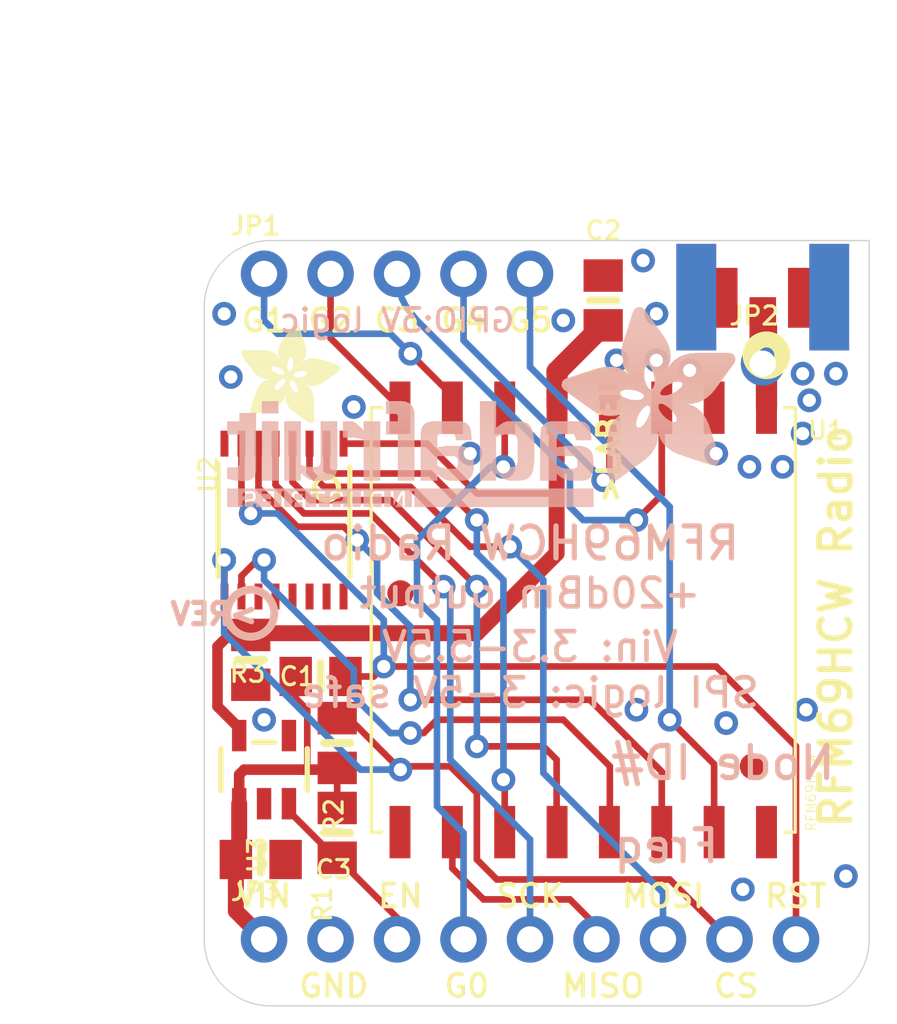
<source format=kicad_pcb>
(kicad_pcb (version 20211014) (generator pcbnew)
  (layers (0 "F.Cu" signal) (31 "B.Cu" signal) (34 "B.Paste" user) (35 "F.Paste" user) (36 "B.SilkS" user "B.Silkscreen") (37 "F.SilkS" user "F.Silkscreen") (38 "B.Mask" user) (39 "F.Mask" user) (44 "Edge.Cuts" user))
  (net 0 "")
  (net 1 "GND")
  (net 2 "3.3V")
  (net 3 "RST_3V")
  (net 4 "MOSI_3V")
  (net 5 "SCK_3V")
  (net 6 "CS_3V")
  (net 7 "RST_5V")
  (net 8 "MOSI_5V")
  (net 9 "SCK_5V")
  (net 10 "CS_5V")
  (net 11 "VIN")
  (net 12 "MISO_3V")
  (net 13 "EN")
  (net 14 "N$1")
  (net 15 "DIO3")
  (net 16 "DIO0")
  (net 17 "DIO2")
  (net 18 "DIO1")
  (net 19 "DIO5")
  (net 20 "DIO4")
  (footprint "boardEagle:0805-NO" (layer "F.Cu") (at 140.8811 113.0046 -90)
    (fp_text reference "R1" (at 1.9685 0.5715 90) (layer "F.SilkS") (effects (font (size 0.692831 0.692831) (thickness 0.119969)) (justify right)))
    (fp_text value "100K")
    (pad "1" smd rect (at -0.95 0 270) (size 1.24 1.5) (layers "F.Cu" "F.Paste" "F.Mask") (net 11 "VIN"))
    (pad "2" smd rect (at 0.95 0 270) (size 1.24 1.5) (layers "F.Cu" "F.Paste" "F.Mask") (net 13 "EN"))
  )
  (footprint "boardEagle:1X09_ROUND_70" (layer "F.Cu") (at 148.2471 117.0686)
    (fp_text reference "JP3" (at -11.5062 -1.8288) (layer "F.SilkS") (effects (font (size 0.692831 0.692831) (thickness 0.119969)) (justify left)))
    (fp_text value "")
    (pad "1" thru_hole circle (at -10.16 0 90) (size 1.778 1.778) (drill 1) (layers *.Cu *.Mask) (net 11 "VIN"))
    (pad "2" thru_hole circle (at -7.62 0 90) (size 1.778 1.778) (drill 1) (layers *.Cu *.Mask) (net 1 "GND"))
    (pad "3" thru_hole circle (at -5.08 0 90) (size 1.778 1.778) (drill 1) (layers *.Cu *.Mask) (net 13 "EN"))
    (pad "4" thru_hole circle (at -2.54 0 90) (size 1.778 1.778) (drill 1) (layers *.Cu *.Mask) (net 16 "DIO0"))
    (pad "5" thru_hole circle (at 0 0 90) (size 1.778 1.778) (drill 1) (layers *.Cu *.Mask) (net 9 "SCK_5V"))
    (pad "6" thru_hole circle (at 2.54 0 90) (size 1.778 1.778) (drill 1) (layers *.Cu *.Mask) (net 12 "MISO_3V"))
    (pad "7" thru_hole circle (at 5.08 0 90) (size 1.778 1.778) (drill 1) (layers *.Cu *.Mask) (net 8 "MOSI_5V"))
    (pad "8" thru_hole circle (at 7.62 0 90) (size 1.778 1.778) (drill 1) (layers *.Cu *.Mask) (net 10 "CS_5V"))
    (pad "9" thru_hole circle (at 10.16 0 90) (size 1.778 1.778) (drill 1) (layers *.Cu *.Mask) (net 7 "RST_5V"))
  )
  (footprint "boardEagle:0805-NO" (layer "F.Cu") (at 151.0411 92.6846 90)
    (fp_text reference "C2" (at 2.667 0.762) (layer "F.SilkS") (effects (font (size 0.692831 0.692831) (thickness 0.119969)) (justify right)))
    (fp_text value "0.1uF")
    (pad "1" smd rect (at -0.95 0 90) (size 1.24 1.5) (layers "F.Cu" "F.Paste" "F.Mask") (net 2 "3.3V"))
    (pad "2" smd rect (at 0.95 0 90) (size 1.24 1.5) (layers "F.Cu" "F.Paste" "F.Mask") (net 1 "GND"))
  )
  (footprint "boardEagle:FIDUCIAL_1MM" (layer "F.Cu") (at 143.2941 103.8606 90)
    (fp_text reference "FID2" hide)
    (fp_text value "FIDUCIAL\"\"" hide)
    (pad "1" smd roundrect (at 0 0 90) (size 1 1) (layers "F.Cu" "F.Mask") (roundrect_rratio 0.5))
  )
  (footprint "boardEagle:0805-NO" (layer "F.Cu") (at 137.9601 114.0206)
    (fp_text reference "C3" (at 2.032 0.381) (layer "F.SilkS") (effects (font (size 0.692831 0.692831) (thickness 0.119969)) (justify left)))
    (fp_text value "10uF")
    (pad "1" smd rect (at -0.95 0) (size 1.24 1.5) (layers "F.Cu" "F.Paste" "F.Mask") (net 11 "VIN"))
    (pad "2" smd rect (at 0.95 0) (size 1.24 1.5) (layers "F.Cu" "F.Paste" "F.Mask") (net 1 "GND"))
  )
  (footprint "boardEagle:RFMHCW_SMT" (layer "F.Cu") (at 150.2791 104.8766 90)
    (fp_text reference "U1" (at 7.23 8.51) (layer "F.SilkS") (effects (font (size 0.692831 0.692831) (thickness 0.119969)) (justify left)))
    (fp_text value "RFM69HCW" (at -8.1 8.7 90) (layer "F.SilkS") (effects (font (size 0.369824 0.369824) (thickness 0.036576)) (justify left)))
    (pad "1P" smd rect (at 8.1 7 270) (size 2 0.8) (layers "F.Cu" "F.Paste" "F.Mask") (net 14 "N$1"))
    (pad "2P" smd rect (at 8.1 5 270) (size 2 0.8) (layers "F.Cu" "F.Paste" "F.Mask") (net 1 "GND"))
    (pad "3P" smd rect (at 8.1 3 270) (size 2 0.8) (layers "F.Cu" "F.Paste" "F.Mask") (net 15 "DIO3"))
    (pad "4P" smd rect (at 8.1 1 270) (size 2 0.8) (layers "F.Cu" "F.Paste" "F.Mask") (net 20 "DIO4"))
    (pad "5P" smd rect (at 8.1 -1 270) (size 2 0.8) (layers "F.Cu" "F.Paste" "F.Mask") (net 2 "3.3V"))
    (pad "6P" smd rect (at 8.1 -3 270) (size 2 0.8) (layers "F.Cu" "F.Paste" "F.Mask") (net 16 "DIO0"))
    (pad "7P" smd rect (at 8.1 -5 270) (size 2 0.8) (layers "F.Cu" "F.Paste" "F.Mask") (net 18 "DIO1"))
    (pad "8P" smd rect (at 8.1 -7 270) (size 2 0.8) (layers "F.Cu" "F.Paste" "F.Mask") (net 17 "DIO2"))
    (pad "9P" smd rect (at -8.1 -7 90) (size 2 0.8) (layers "F.Cu" "F.Paste" "F.Mask") (net 1 "GND"))
    (pad "10P" smd rect (at -8.1 -5 90) (size 2 0.8) (layers "F.Cu" "F.Paste" "F.Mask") (net 12 "MISO_3V"))
    (pad "11P" smd rect (at -8.1 -3 90) (size 2 0.8) (layers "F.Cu" "F.Paste" "F.Mask") (net 4 "MOSI_3V"))
    (pad "12P" smd rect (at -8.1 -1 90) (size 2 0.8) (layers "F.Cu" "F.Paste" "F.Mask") (net 5 "SCK_3V"))
    (pad "13P" smd rect (at -8.1 1 90) (size 2 0.8) (layers "F.Cu" "F.Paste" "F.Mask") (net 6 "CS_3V"))
    (pad "14P" smd rect (at -8.1 3 90) (size 2 0.8) (layers "F.Cu" "F.Paste" "F.Mask") (net 3 "RST_3V"))
    (pad "15P" smd rect (at -8.1 5 90) (size 2 0.8) (layers "F.Cu" "F.Paste" "F.Mask") (net 19 "DIO5"))
    (pad "16P" smd rect (at -8.1 7 90) (size 2 0.8) (layers "F.Cu" "F.Paste" "F.Mask") (net 1 "GND"))
  )
  (footprint "boardEagle:TSSOP16" (layer "F.Cu") (at 138.8491 101.0666 180)
    (fp_text reference "U2" (at 2.8956 0.9652 90) (layer "F.SilkS") (effects (font (size 0.692831 0.692831) (thickness 0.119969)) (justify left)))
    (fp_text value "74HC4050D")
    (pad "1" smd rect (at -2.275 2.9178 180) (size 0.3048 0.9906) (layers "F.Cu" "F.Paste" "F.Mask") (net 2 "3.3V"))
    (pad "2" smd rect (at -1.625 2.9178 180) (size 0.3048 0.9906) (layers "F.Cu" "F.Paste" "F.Mask") (net 4 "MOSI_3V"))
    (pad "3" smd rect (at -0.975 2.9178 180) (size 0.3048 0.9906) (layers "F.Cu" "F.Paste" "F.Mask") (net 8 "MOSI_5V"))
    (pad "4" smd rect (at -0.325 2.9178 180) (size 0.3048 0.9906) (layers "F.Cu" "F.Paste" "F.Mask") (net 5 "SCK_3V"))
    (pad "5" smd rect (at 0.325 2.9178 180) (size 0.3048 0.9906) (layers "F.Cu" "F.Paste" "F.Mask") (net 9 "SCK_5V"))
    (pad "6" smd rect (at 0.975 2.9178 180) (size 0.3048 0.9906) (layers "F.Cu" "F.Paste" "F.Mask") (net 3 "RST_3V"))
    (pad "7" smd rect (at 1.625 2.9178 180) (size 0.3048 0.9906) (layers "F.Cu" "F.Paste" "F.Mask") (net 7 "RST_5V"))
    (pad "8" smd rect (at 2.275 2.9178 180) (size 0.3048 0.9906) (layers "F.Cu" "F.Paste" "F.Mask") (net 1 "GND"))
    (pad "9" smd rect (at 2.275 -2.9178 180) (size 0.3048 0.9906) (layers "F.Cu" "F.Paste" "F.Mask") (net 10 "CS_5V"))
    (pad "10" smd rect (at 1.625 -2.9178 180) (size 0.3048 0.9906) (layers "F.Cu" "F.Paste" "F.Mask") (net 6 "CS_3V"))
    (pad "11" smd rect (at 0.975 -2.9178 180) (size 0.3048 0.9906) (layers "F.Cu" "F.Paste" "F.Mask"))
    (pad "12" smd rect (at 0.325 -2.9178 180) (size 0.3048 0.9906) (layers "F.Cu" "F.Paste" "F.Mask"))
    (pad "13" smd rect (at -0.325 -2.9178 180) (size 0.3048 0.9906) (layers "F.Cu" "F.Paste" "F.Mask"))
    (pad "14" smd rect (at -0.975 -2.9178 180) (size 0.3048 0.9906) (layers "F.Cu" "F.Paste" "F.Mask"))
    (pad "15" smd rect (at -1.625 -2.9178 180) (size 0.3048 0.9906) (layers "F.Cu" "F.Paste" "F.Mask"))
    (pad "16" smd rect (at -2.275 -2.9178 180) (size 0.3048 0.9906) (layers "F.Cu" "F.Paste" "F.Mask"))
  )
  (footprint "boardEagle:0805-NO" (layer "F.Cu") (at 137.5791 106.4006 -90)
    (fp_text reference "C1" (at 0.635 -2.54) (layer "F.SilkS") (effects (font (size 0.692831 0.692831) (thickness 0.119969)) (justify right)))
    (fp_text value "10uF")
    (pad "1" smd rect (at -0.95 0 270) (size 1.24 1.5) (layers "F.Cu" "F.Paste" "F.Mask") (net 2 "3.3V"))
    (pad "2" smd rect (at 0.95 0 270) (size 1.24 1.5) (layers "F.Cu" "F.Paste" "F.Mask") (net 1 "GND"))
  )
  (footprint "boardEagle:SMA_EDGELAUNCH_UFL" (layer "F.Cu") (at 157.1371 90.5256 -90)
    (fp_text reference "X1" hide)
    (fp_text value "uFL/SMA")
    (fp_text user ">LABEL" (at 5.08 6.35 -90) (layer "F.SilkS") (effects (font (size 0.83312 0.83312) (thickness 0.18288)) (justify right top)))
    (fp_poly (pts (xy 3.2004 -0.9636) (xy 0.9144 -0.9636) (xy 0.9144 -3.2766) (xy 3.2004 -3.2766)) (layer "F.Cu") (width 0) (fill solid))
    (fp_poly (pts (xy 3.2004 3.2766) (xy 0.9144 3.2766) (xy 0.9144 0.9636) (xy 3.2004 0.9636)) (layer "F.Cu") (width 0) (fill solid))
    (pad "GND@1" smd rect (at 2.032 2.54) (size 1.524 4.064) (layers "F.Cu" "F.Mask") (net 1 "GND"))
    (pad "GND@2" smd rect (at 2.032 -2.54) (size 1.524 4.064) (layers "F.Cu" "F.Mask") (net 1 "GND"))
    (pad "GND@3" smd rect (at 2.032 -2.54) (size 1.524 4.064) (layers "B.Cu" "B.Mask") (net 1 "GND"))
    (pad "GND@4" smd rect (at 2.032 2.54) (size 1.524 4.064) (layers "B.Cu" "B.Mask") (net 1 "GND"))
    (pad "P" smd rect (at 3.048 0) (size 1.016 2.032) (layers "F.Cu" "F.Mask") (net 14 "N$1"))
  )
  (footprint "boardEagle:0805-NO" (layer "F.Cu") (at 140.2461 107.0356 180)
    (fp_text reference "R3" (at 2.032 0.127) (layer "F.SilkS") (effects (font (size 0.692831 0.692831) (thickness 0.119969)) (justify right)))
    (fp_text value "100K")
    (pad "1" smd rect (at -0.95 0 180) (size 1.24 1.5) (layers "F.Cu" "F.Paste" "F.Mask") (net 7 "RST_5V"))
    (pad "2" smd rect (at 0.95 0 180) (size 1.24 1.5) (layers "F.Cu" "F.Paste" "F.Mask") (net 11 "VIN"))
  )
  (footprint "boardEagle:0805-NO" (layer "F.Cu") (at 140.8811 109.5756 -90)
    (fp_text reference "R2" (at 2.032 0.127 90) (layer "F.SilkS") (effects (font (size 0.692831 0.692831) (thickness 0.119969)) (justify right)))
    (fp_text value "100K")
    (pad "1" smd rect (at -0.95 0 270) (size 1.24 1.5) (layers "F.Cu" "F.Paste" "F.Mask") (net 10 "CS_5V"))
    (pad "2" smd rect (at 0.95 0 270) (size 1.24 1.5) (layers "F.Cu" "F.Paste" "F.Mask") (net 11 "VIN"))
  )
  (footprint "boardEagle:SOT23-5" (layer "F.Cu") (at 138.0871 110.5916)
    (fp_text reference "U3" (at -0.254 2.486 90) (layer "F.SilkS") (effects (font (size 0.692831 0.692831) (thickness 0.119969)) (justify right)))
    (fp_text value "AP2112K-3.3")
    (pad "1" smd rect (at -0.95 1.3001) (size 0.55 1.2) (layers "F.Cu" "F.Paste" "F.Mask") (net 11 "VIN"))
    (pad "2" smd rect (at 0 1.3001) (size 0.55 1.2) (layers "F.Cu" "F.Paste" "F.Mask") (net 1 "GND"))
    (pad "3" smd rect (at 0.95 1.3001) (size 0.55 1.2) (layers "F.Cu" "F.Paste" "F.Mask") (net 13 "EN"))
    (pad "4" smd rect (at 0.95 -1.3001) (size 0.55 1.2) (layers "F.Cu" "F.Paste" "F.Mask"))
    (pad "5" smd rect (at -0.95 -1.3001) (size 0.55 1.2) (layers "F.Cu" "F.Paste" "F.Mask") (net 2 "3.3V"))
  )
  (footprint "boardEagle:ADAFRUIT_3.5MM" (layer "F.Cu") (at 137.1981 97.3836)
    (fp_text reference "U$8" hide)
    (fp_text value "" hide)
  )
  (footprint "boardEagle:1X01_ROUND" (layer "F.Cu") (at 157.1371 95.0976)
    (fp_text reference "JP2" (at -1.3462 -1.8288) (layer "F.SilkS") (effects (font (size 0.692831 0.692831) (thickness 0.119969)) (justify left)))
    (fp_text value "")
    (pad "1" thru_hole circle (at 0 0 90) (size 1.6764 1.6764) (drill 1) (layers *.Cu *.Mask) (net 14 "N$1"))
  )
  (footprint "boardEagle:1X05_ROUND_70" (layer "F.Cu") (at 143.1671 91.6686)
    (fp_text reference "JP1" (at -6.4262 -1.8288) (layer "F.SilkS") (effects (font (size 0.692831 0.692831) (thickness 0.119969)) (justify left)))
    (fp_text value "")
    (pad "1" thru_hole circle (at -5.08 0 90) (size 1.778 1.778) (drill 1) (layers *.Cu *.Mask) (net 18 "DIO1"))
    (pad "2" thru_hole circle (at -2.54 0 90) (size 1.778 1.778) (drill 1) (layers *.Cu *.Mask) (net 17 "DIO2"))
    (pad "3" thru_hole circle (at 0 0 90) (size 1.778 1.778) (drill 1) (layers *.Cu *.Mask) (net 15 "DIO3"))
    (pad "4" thru_hole circle (at 2.54 0 90) (size 1.778 1.778) (drill 1) (layers *.Cu *.Mask) (net 20 "DIO4"))
    (pad "5" thru_hole circle (at 5.08 0 90) (size 1.778 1.778) (drill 1) (layers *.Cu *.Mask) (net 19 "DIO5"))
  )
  (footprint "boardEagle:FIDUCIAL_1MM" (layer "F.Cu") (at 156.7561 110.4646 90)
    (fp_text reference "FID1" hide)
    (fp_text value "FIDUCIAL\"\"" hide)
    (pad "1" smd roundrect (at 0 0 90) (size 1 1) (layers "F.Cu" "F.Mask") (roundrect_rratio 0.5))
  )
  (footprint "boardEagle:ADAFRUIT_TEXT_20MM" (layer "B.Cu") (at 156.2481 100.5586 180)
    (fp_text reference "U$19" hide)
    (fp_text value "" hide)
  )
  (footprint "boardEagle:PCBFEAT-REV-040" (layer "B.Cu") (at 137.5791 104.6226 180)
    (fp_text reference "U$14" hide)
    (fp_text value "" hide)
    (fp_text user ">REV" (at -0.3556 -0.508) (layer "B.SilkS") (effects (font (size 0.8128 0.8128) (thickness 0.2032)) (justify left bottom mirror)))
  )
  (gr_line (start 138.3411 90.3986) (end 161.2011 90.3986) (layer "Edge.Cuts") (width 0.05))
  (gr_arc (start 161.2011 117.0686) (mid 160.457151 118.864651) (end 158.6611 119.6086) (layer "Edge.Cuts") (width 0.05))
  (gr_line (start 135.8011 117.0686) (end 135.8011 92.9386) (layer "Edge.Cuts") (width 0.05))
  (gr_arc (start 135.8011 92.9386) (mid 136.545049 91.142549) (end 138.3411 90.3986) (layer "Edge.Cuts") (width 0.05))
  (gr_line (start 158.6611 119.6086) (end 138.3411 119.6086) (layer "Edge.Cuts") (width 0.05))
  (gr_arc (start 138.3411 119.6086) (mid 136.545049 118.864651) (end 135.8011 117.0686) (layer "Edge.Cuts") (width 0.05))
  (gr_line (start 161.2011 90.3986) (end 161.2011 117.0686) (layer "Edge.Cuts") (width 0.05))
  (gr_text "Node ID#" (at 155.6131 110.3376) (layer "B.SilkS") (effects (font (size 1.223264 1.223264) (thickness 0.199136)) (justify mirror)))
  (gr_text "Vin: 3.3-5.5V\nSPI logic: 3-5V safe" (at 148.2471 106.7816) (layer "B.SilkS") (effects (font (size 1.0922 1.0922) (thickness 0.1778)) (justify mirror)))
  (gr_text "Freq" (at 153.4541 113.5126) (layer "B.SilkS") (effects (font (size 1.223264 1.223264) (thickness 0.199136)) (justify mirror)))
  (gr_text "GPIO:3V logic" (at 143.1671 93.4466) (layer "B.SilkS") (effects (font (size 0.87376 0.87376) (thickness 0.14224)) (justify mirror)))
  (gr_text "+20dBm output" (at 148.2471 103.8606) (layer "B.SilkS") (effects (font (size 1.0922 1.0922) (thickness 0.1778)) (justify mirror)))
  (gr_text "RFM69HCW Radio" (at 148.2471 101.9556) (layer "B.SilkS") (effects (font (size 1.223264 1.223264) (thickness 0.199136)) (justify mirror)))
  (gr_text "CS" (at 156.1211 118.8466) (layer "F.SilkS") (effects (font (size 0.8636 0.8636) (thickness 0.1524))))
  (gr_text "SCK" (at 148.2471 115.4176) (layer "F.SilkS") (effects (font (size 0.8636 0.8636) (thickness 0.1524))))
  (gr_text "VIN" (at 138.0871 115.4176) (layer "F.SilkS") (effects (font (size 0.8636 0.8636) (thickness 0.1524))))
  (gr_text "EN" (at 143.2941 115.4176) (layer "F.SilkS") (effects (font (size 0.8636 0.8636) (thickness 0.1524))))
  (gr_text "G0" (at 145.8341 118.8466) (layer "F.SilkS") (effects (font (size 0.8636 0.8636) (thickness 0.1524))))
  (gr_text "G4" (at 145.7071 93.4466) (layer "F.SilkS") (effects (font (size 0.8636 0.8636) (thickness 0.1524))))
  (gr_text "MOSI" (at 153.3271 115.4176) (layer "F.SilkS") (effects (font (size 0.8636 0.8636) (thickness 0.1524))))
  (gr_text "GND" (at 140.7541 118.8466) (layer "F.SilkS") (effects (font (size 0.8636 0.8636) (thickness 0.1524))))
  (gr_text "RFM69HCW Radio" (at 159.9311 105.1306 90) (layer "F.SilkS") (effects (font (size 1.17348 1.17348) (thickness 0.22352))))
  (gr_text "G1" (at 138.0871 93.4466) (layer "F.SilkS") (effects (font (size 0.8636 0.8636) (thickness 0.1524))))
  (gr_text "G3" (at 143.1671 93.4466) (layer "F.SilkS") (effects (font (size 0.8636 0.8636) (thickness 0.1524))))
  (gr_text "RST" (at 158.4071 115.4176) (layer "F.SilkS") (effects (font (size 0.8636 0.8636) (thickness 0.1524))))
  (gr_text "G5" (at 148.2471 93.4466) (layer "F.SilkS") (effects (font (size 0.8636 0.8636) (thickness 0.1524))))
  (gr_text "MISO" (at 151.0411 118.8466) (layer "F.SilkS") (effects (font (size 0.8636 0.8636) (thickness 0.1524))))
  (gr_text "G2" (at 140.6271 93.4466) (layer "F.SilkS") (effects (font (size 0.8636 0.8636) (thickness 0.1524))))
  (segment (start 138.0871 111.8917) (end 138.0871 111.9886) (width 0.4064) (layer "F.Cu") (net 1))
  (via (at 149.5171 93.4466) (size 0.9064) (drill 0.5) (layers "F.Cu" "B.Cu") (net 1))
  (via (at 154.3431 95.3516) (size 0.9064) (drill 0.5) (layers "F.Cu" "B.Cu") (net 1))
  (via (at 153.0731 94.9706) (size 0.9064) (drill 0.5) (layers "F.Cu" "B.Cu") (net 1))
  (via (at 158.6611 95.4786) (size 0.9064) (drill 0.5) (layers "F.Cu" "B.Cu") (net 1))
  (via (at 159.9311 95.4786) (size 0.9064) (drill 0.5) (layers "F.Cu" "B.Cu") (net 1))
  (via (at 145.9611 98.5266) (size 0.9064) (drill 0.5) (layers "F.Cu" "B.Cu") (net 1))
  (via (at 136.5631 93.1926) (size 0.9064) (drill 0.5) (layers "F.Cu" "B.Cu") (net 1))
  (via (at 158.6611 97.7646) (size 0.9064) (drill 0.5) (layers "F.Cu" "B.Cu") (net 1))
  (via (at 152.5651 91.1606) (size 0.9064) (drill 0.5) (layers "F.Cu" "B.Cu") (net 1))
  (via (at 157.8991 99.0346) (size 0.9064) (drill 0.5) (layers "F.Cu" "B.Cu") (net 1))
  (via (at 158.7881 108.3056) (size 0.9064) (drill 0.5) (layers "F.Cu" "B.Cu") (net 1))
  (via (at 138.0871 108.6866) (size 0.9064) (drill 0.5) (layers "F.Cu" "B.Cu") (net 1))
  (via (at 155.3591 98.5266) (size 0.9064) (drill 0.5) (layers "F.Cu" "B.Cu") (net 1))
  (via (at 153.0731 93.1926) (size 0.9064) (drill 0.5) (layers "F.Cu" "B.Cu") (net 1))
  (via (at 156.6291 99.0346) (size 0.9064) (drill 0.5) (layers "F.Cu" "B.Cu") (net 1))
  (via (at 156.3751 115.1636) (size 0.9064) (drill 0.5) (layers "F.Cu" "B.Cu") (net 1))
  (via (at 141.5161 96.7486) (size 0.9064) (drill 0.5) (layers "F.Cu" "B.Cu") (net 1))
  (via (at 160.3121 114.6556) (size 0.9064) (drill 0.5) (layers "F.Cu" "B.Cu") (net 1))
  (via (at 152.3111 108.3056) (size 0.9064) (drill 0.5) (layers "F.Cu" "B.Cu") (net 1))
  (via (at 158.9151 96.4946) (size 0.9064) (drill 0.5) (layers "F.Cu" "B.Cu") (net 1))
  (via (at 155.7401 108.8136) (size 0.9064) (drill 0.5) (layers "F.Cu" "B.Cu") (net 1))
  (via (at 151.5491 94.9706) (size 0.9064) (drill 0.5) (layers "F.Cu" "B.Cu") (net 1))
  (via (at 136.8171 95.6056) (size 0.9064) (drill 0.5) (layers "F.Cu" "B.Cu") (net 1))
  (segment (start 136.3091 105.8926) (end 136.8171 105.3846) (width 0.4064) (layer "F.Cu") (net 2))
  (segment (start 149.2791 98.0026) (end 149.2791 96.7766) (width 0.6096) (layer "F.Cu") (net 2))
  (segment (start 149.2791 96.7766) (end 149.2791 95.3966) (width 0.8128) (layer "F.Cu") (net 2))
  (segment (start 144.3133 98.1488) (end 146.2151 100.0506) (width 0.254) (layer "F.Cu") (net 2))
  (segment (start 137.6401 105.4506) (end 137.7061 105.3846) (width 0.4064) (layer "F.Cu") (net 2))
  (segment (start 149.2631 100.0506) (end 149.2631 96.7926) (width 0.6096) (layer "F.Cu") (net 2))
  (segment (start 137.5791 105.4506) (end 137.6401 105.4506) (width 0.4064) (layer "F.Cu") (net 2))
  (segment (start 137.1371 109.0066) (end 136.3091 108.1786) (width 0.4064) (layer "F.Cu") (net 2))
  (segment (start 149.2631 102.3366) (end 149.2631 100.0506) (width 0.6096) (layer "F.Cu") (net 2))
  (segment (start 137.1371 109.2915) (end 137.1371 109.0066) (width 0.4064) (layer "F.Cu") (net 2))
  (segment (start 138.0871 105.3846) (end 146.2151 105.3846) (width 0.6096) (layer "F.Cu") (net 2))
  (segment (start 136.8171 105.3846) (end 137.7061 105.3846) (width 0.4064) (layer "F.Cu") (net 2))
  (segment (start 137.7061 105.3846) (end 138.0871 105.3846) (width 0.6096) (layer "F.Cu") (net 2))
  (segment (start 149.2631 96.7926) (end 149.2791 96.7766) (width 0.6096) (layer "F.Cu") (net 2))
  (segment (start 146.2151 100.0506) (end 149.2631 100.0506) (width 0.254) (layer "F.Cu") (net 2))
  (segment (start 141.1241 98.1488) (end 144.3133 98.1488) (width 0.254) (layer "F.Cu") (net 2))
  (segment (start 137.3251 105.3846) (end 137.7061 105.3846) (width 0.6096) (layer "F.Cu") (net 2))
  (segment (start 149.2791 95.3966) (end 151.0411 93.6346) (width 0.8128) (layer "F.Cu") (net 2))
  (segment (start 146.2151 105.3846) (end 149.2631 102.3366) (width 0.6096) (layer "F.Cu") (net 2))
  (segment (start 136.3091 108.1786) (end 136.3091 105.8926) (width 0.4064) (layer "F.Cu") (net 2))
  (segment (start 139.3571 101.3206) (end 141.1351 101.3206) (width 0.254) (layer "F.Cu") (net 3))
  (segment (start 153.2791 112.9766) (end 153.2791 110.6706) (width 0.254) (layer "F.Cu") (net 3))
  (segment (start 137.8741 98.1488) (end 137.8741 99.8376) (width 0.254) (layer "F.Cu") (net 3))
  (segment (start 141.1351 101.3206) (end 141.6431 101.8286) (width 0.254) (layer "F.Cu") (net 3))
  (segment (start 137.8741 99.8376) (end 139.3571 101.3206) (width 0.254) (layer "F.Cu") (net 3))
  (segment (start 150.5331 107.9246) (end 143.6751 107.9246) (width 0.254) (layer "F.Cu") (net 3))
  (segment (start 153.2791 110.6706) (end 150.5331 107.9246) (width 0.254) (layer "F.Cu") (net 3))
  (via (at 143.6751 107.9246) (size 0.9064) (drill 0.5) (layers "F.Cu" "B.Cu") (net 3))
  (via (at 141.6431 101.8286) (size 0.9064) (drill 0.5) (layers "F.Cu" "B.Cu") (net 3))
  (segment (start 142.4051 103.8606) (end 142.4051 102.5906) (width 0.254) (layer "B.Cu") (net 3))
  (segment (start 143.6751 105.1306) (end 142.4051 103.8606) (width 0.254) (layer "B.Cu") (net 3))
  (segment (start 142.4051 102.5906) (end 141.6431 101.8286) (width 0.254) (layer "B.Cu") (net 3))
  (segment (start 143.6751 107.9246) (end 143.6751 105.1306) (width 0.254) (layer "B.Cu") (net 3))
  (segment (start 140.4741 99.1356) (end 140.6271 99.2886) (width 0.254) (layer "F.Cu") (net 4))
  (segment (start 147.2791 111.0206) (end 147.2791 112.9766) (width 0.254) (layer "F.Cu") (net 4))
  (segment (start 144.4371 99.2886) (end 146.2151 101.0666) (width 0.254) (layer "F.Cu") (net 4))
  (segment (start 140.6271 99.2886) (end 144.4371 99.2886) (width 0.254) (layer "F.Cu") (net 4))
  (segment (start 147.2311 110.9726) (end 147.2791 111.0206) (width 0.254) (layer "F.Cu") (net 4))
  (segment (start 140.4741 98.1488) (end 140.4741 99.1356) (width 0.254) (layer "F.Cu") (net 4))
  (via (at 147.2311 110.9726) (size 0.9064) (drill 0.5) (layers "F.Cu" "B.Cu") (net 4))
  (via (at 146.2151 101.0666) (size 0.9064) (drill 0.5) (layers "F.Cu" "B.Cu") (net 4))
  (segment (start 147.2311 103.3526) (end 147.2311 110.9726) (width 0.254) (layer "B.Cu") (net 4))
  (segment (start 147.2311 103.3526) (end 146.2151 102.3366) (width 0.254) (layer "B.Cu") (net 4))
  (segment (start 146.2151 102.3366) (end 146.2151 101.0666) (width 0.254) (layer "B.Cu") (net 4))
  (segment (start 149.2631 110.2106) (end 149.2631 112.9606) (width 0.254) (layer "F.Cu") (net 5))
  (segment (start 139.1741 99.6136) (end 139.8651 100.3046) (width 0.254) (layer "F.Cu") (net 5))
  (segment (start 146.2151 109.7026) (end 148.7551 109.7026) (width 0.254) (layer "F.Cu") (net 5))
  (segment (start 139.8651 100.3046) (end 142.9131 100.3046) (width 0.254) (layer "F.Cu") (net 5))
  (segment (start 149.2631 112.9606) (end 149.2791 112.9766) (width 0.254) (layer "F.Cu") (net 5))
  (segment (start 142.9131 100.3046) (end 146.2151 103.6066) (width 0.254) (layer "F.Cu") (net 5))
  (segment (start 139.1741 98.1488) (end 139.1741 99.6136) (width 0.254) (layer "F.Cu") (net 5))
  (segment (start 148.7551 109.7026) (end 149.2631 110.2106) (width 0.254) (layer "F.Cu") (net 5))
  (via (at 146.2151 109.7026) (size 0.9064) (drill 0.5) (layers "F.Cu" "B.Cu") (net 5))
  (via (at 146.2151 103.6066) (size 0.9064) (drill 0.5) (layers "F.Cu" "B.Cu") (net 5))
  (segment (start 146.2151 103.6066) (end 146.2151 109.7026) (width 0.254) (layer "B.Cu") (net 5))
  (segment (start 149.5171 108.6866) (end 151.2951 110.4646) (width 0.254) (layer "F.Cu") (net 6))
  (segment (start 151.2951 112.9606) (end 151.2791 112.9766) (width 0.254) (layer "F.Cu") (net 6))
  (segment (start 137.2241 103.1996) (end 137.8331 102.5906) (width 0.254) (layer "F.Cu") (net 6))
  (segment (start 151.2951 110.4646) (end 151.2951 112.9606) (width 0.254) (layer "F.Cu") (net 6))
  (segment (start 137.8331 102.5906) (end 138.0871 102.5906) (width 0.254) (layer "F.Cu") (net 6))
  (segment (start 144.1831 109.1946) (end 144.6911 108.6866) (width 0.254) (layer "F.Cu") (net 6))
  (segment (start 143.6751 109.1946) (end 144.1831 109.1946) (width 0.254) (layer "F.Cu") (net 6))
  (segment (start 137.2241 103.9844) (end 137.2241 103.1996) (width 0.254) (layer "F.Cu") (net 6))
  (segment (start 144.6911 108.6866) (end 149.5171 108.6866) (width 0.254) (layer "F.Cu") (net 6))
  (via (at 143.6751 109.1946) (size 0.9064) (drill 0.5) (layers "F.Cu" "B.Cu") (net 6))
  (via (at 138.0871 102.5906) (size 0.9064) (drill 0.5) (layers "F.Cu" "B.Cu") (net 6))
  (segment (start 142.9131 109.1946) (end 143.6751 109.1946) (width 0.254) (layer "B.Cu") (net 6))
  (segment (start 141.5161 107.7976) (end 142.9131 109.1946) (width 0.254) (layer "B.Cu") (net 6))
  (segment (start 138.0871 103.3526) (end 141.5161 106.7816) (width 0.254) (layer "B.Cu") (net 6))
  (segment (start 138.0871 102.5906) (end 138.0871 103.3526) (width 0.254) (layer "B.Cu") (net 6))
  (segment (start 141.5161 106.7816) (end 141.5161 107.7976) (width 0.254) (layer "B.Cu") (net 6))
  (segment (start 141.1961 107.0356) (end 142.2781 107.0356) (width 0.254) (layer "F.Cu") (net 7))
  (segment (start 142.2781 107.0356) (end 142.6591 106.6546) (width 0.254) (layer "F.Cu") (net 7))
  (segment (start 137.2241 98.1488) (end 137.2241 100.4576) (width 0.254) (layer "F.Cu") (net 7))
  (segment (start 137.2241 100.4576) (end 137.5791 100.8126) (width 0.254) (layer "F.Cu") (net 7))
  (segment (start 158.4071 109.7026) (end 158.4071 117.0686) (width 0.254) (layer "F.Cu") (net 7))
  (segment (start 155.3591 106.6546) (end 158.4071 109.7026) (width 0.254) (layer "F.Cu") (net 7))
  (segment (start 142.6591 106.6546) (end 155.3591 106.6546) (width 0.254) (layer "F.Cu") (net 7))
  (via (at 137.5791 100.8126) (size 0.9064) (drill 0.5) (layers "F.Cu" "B.Cu") (net 7))
  (via (at 142.6591 106.6546) (size 0.9064) (drill 0.5) (layers "F.Cu" "B.Cu") (net 7))
  (segment (start 137.5791 100.8126) (end 138.5951 100.8126) (width 0.254) (layer "B.Cu") (net 7))
  (segment (start 142.6591 104.8766) (end 142.6591 106.6546) (width 0.254) (layer "B.Cu") (net 7))
  (segment (start 138.5951 100.8126) (end 142.6591 104.8766) (width 0.254) (layer "B.Cu") (net 7))
  (segment (start 139.8241 99.2476) (end 140.3731 99.7966) (width 0.254) (layer "F.Cu") (net 8))
  (segment (start 140.3731 99.7966) (end 143.6751 99.7966) (width 0.254) (layer "F.Cu") (net 8))
  (segment (start 139.8241 98.1488) (end 139.8241 99.2476) (width 0.254) (layer "F.Cu") (net 8))
  (segment (start 145.9611 102.0826) (end 147.4851 102.0826) (width 0.254) (layer "F.Cu") (net 8))
  (segment (start 143.6751 99.7966) (end 145.9611 102.0826) (width 0.254) (layer "F.Cu") (net 8))
  (via (at 147.4851 102.0826) (size 0.9064) (drill 0.5) (layers "F.Cu" "B.Cu") (net 8))
  (segment (start 148.7551 103.3526) (end 147.4851 102.0826) (width 0.254) (layer "B.Cu") (net 8))
  (segment (start 153.3271 115.2906) (end 148.7551 110.7186) (width 0.254) (layer "B.Cu") (net 8))
  (segment (start 148.7551 110.7186) (end 148.7551 103.3526) (width 0.254) (layer "B.Cu") (net 8))
  (segment (start 153.3271 117.0686) (end 153.3271 115.2906) (width 0.254) (layer "B.Cu") (net 8))
  (segment (start 138.5241 99.7256) (end 139.6111 100.8126) (width 0.254) (layer "F.Cu") (net 9))
  (segment (start 138.5241 98.1488) (end 138.5241 99.7256) (width 0.254) (layer "F.Cu") (net 9))
  (segment (start 142.1511 100.8126) (end 144.9451 103.6066) (width 0.254) (layer "F.Cu") (net 9))
  (segment (start 139.6111 100.8126) (end 142.1511 100.8126) (width 0.254) (layer "F.Cu") (net 9))
  (via (at 144.9451 103.6066) (size 0.9064) (drill 0.5) (layers "F.Cu" "B.Cu") (net 9))
  (segment (start 145.1991 110.2106) (end 148.2471 113.2586) (width 0.254) (layer "B.Cu") (net 9))
  (segment (start 145.1991 103.8606) (end 145.1991 110.2106) (width 0.254) (layer "B.Cu") (net 9))
  (segment (start 144.9451 103.6066) (end 145.1991 103.8606) (width 0.254) (layer "B.Cu") (net 9))
  (segment (start 148.2471 113.2586) (end 148.2471 117.0686) (width 0.254) (layer "B.Cu") (net 9))
  (segment (start 145.1991 110.4646) (end 143.4211 110.4646) (width 0.254) (layer "F.Cu") (net 10))
  (segment (start 153.5811 114.7826) (end 146.9771 114.7826) (width 0.254) (layer "F.Cu") (net 10))
  (segment (start 146.2151 111.4806) (end 145.1991 110.4646) (width 0.254) (layer "F.Cu") (net 10))
  (segment (start 136.5741 103.9844) (end 136.5741 102.6016) (width 0.254) (layer "F.Cu") (net 10))
  (segment (start 136.5741 102.6016) (end 136.5631 102.5906) (width 0.254) (layer "F.Cu") (net 10))
  (segment (start 141.3281 108.6256) (end 140.8811 108.6256) (width 0.254) (layer "F.Cu") (net 10))
  (segment (start 143.2941 110.5916) (end 141.3281 108.6256) (width 0.254) (layer "F.Cu") (net 10))
  (segment (start 155.8671 117.0686) (end 153.5811 114.7826) (width 0.254) (layer "F.Cu") (net 10))
  (segment (start 146.2151 114.0206) (end 146.2151 111.4806) (width 0.254) (layer "F.Cu") (net 10))
  (segment (start 143.2941 110.5916) (end 143.4211 110.4646) (width 0.254) (layer "F.Cu") (net 10))
  (segment (start 146.9771 114.7826) (end 146.2151 114.0206) (width 0.254) (layer "F.Cu") (net 10))
  (via (at 143.2941 110.5916) (size 0.9064) (drill 0.5) (layers "F.Cu" "B.Cu") (net 10))
  (via (at 136.5631 102.5906) (size 0.9064) (drill 0.5) (layers "F.Cu" "B.Cu") (net 10))
  (segment (start 136.5631 105.3846) (end 141.7701 110.5916) (width 0.254) (layer "B.Cu") (net 10))
  (segment (start 136.5631 102.5906) (end 136.5631 105.3846) (width 0.254) (layer "B.Cu") (net 10))
  (segment (start 141.7701 110.5916) (end 143.2941 110.5916) (width 0.254) (layer "B.Cu") (net 10))
  (segment (start 137.0101 115.9916) (end 137.0101 114.0206) (width 0.6096) (layer "F.Cu") (net 11))
  (segment (start 137.3251 110.5916) (end 139.6111 110.5916) (width 0.4064) (layer "F.Cu") (net 11))
  (segment (start 137.1371 113.8936) (end 137.1371 111.8917) (width 0.6096) (layer "F.Cu") (net 11))
  (segment (start 139.7381 110.4646) (end 139.6111 110.5916) (width 0.254) (layer "F.Cu") (net 11))
  (segment (start 139.7381 108.3056) (end 139.7381 110.4646) (width 0.254) (layer "F.Cu") (net 11))
  (segment (start 139.2961 107.8636) (end 139.7381 108.3056) (width 0.254) (layer "F.Cu") (net 11))
  (segment (start 137.1371 110.7796) (end 137.3251 110.5916) (width 0.4064) (layer "F.Cu") (net 11))
  (segment (start 137.1371 111.8917) (end 137.1371 110.7796) (width 0.4064) (layer "F.Cu") (net 11))
  (segment (start 137.0101 114.0206) (end 137.1371 113.8936) (width 0.6096) (layer "F.Cu") (net 11))
  (segment (start 138.0871 117.0686) (end 137.0101 115.9916) (width 0.6096) (layer "F.Cu") (net 11))
  (segment (start 140.8811 110.5256) (end 140.8811 112.0546) (width 0.254) (layer "F.Cu") (net 11))
  (segment (start 139.6111 110.5916) (end 140.8151 110.5916) (width 0.4064) (layer "F.Cu") (net 11))
  (segment (start 139.2961 107.0356) (end 139.2961 107.8636) (width 0.254) (layer "F.Cu") (net 11))
  (segment (start 140.8151 110.5916) (end 140.8811 110.5256) (width 0.4064) (layer "F.Cu") (net 11))
  (segment (start 146.4691 115.5446) (end 149.7711 115.5446) (width 0.254) (layer "F.Cu") (net 12))
  (segment (start 149.7711 115.5446) (end 150.7871 116.5606) (width 0.254) (layer "F.Cu") (net 12))
  (segment (start 150.7871 116.5606) (end 150.7871 117.0686) (width 0.254) (layer "F.Cu") (net 12))
  (segment (start 145.2791 112.9766) (end 145.2791 114.3546) (width 0.254) (layer "F.Cu") (net 12))
  (segment (start 145.2791 114.3546) (end 146.4691 115.5446) (width 0.254) (layer "F.Cu") (net 12))
  (segment (start 140.8811 113.9546) (end 140.8151 113.9546) (width 0.254) (layer "F.Cu") (net 13))
  (segment (start 143.1671 116.2406) (end 140.8811 113.9546) (width 0.254) (layer "F.Cu") (net 13))
  (segment (start 139.0371 112.1766) (end 139.0371 111.8917) (width 0.254) (layer "F.Cu") (net 13))
  (segment (start 143.1671 117.0686) (end 143.1671 116.2406) (width 0.254) (layer "F.Cu") (net 13))
  (segment (start 140.8151 113.9546) (end 139.0371 112.1766) (width 0.254) (layer "F.Cu") (net 13))
  (segment (start 157.1371 95.0976) (end 157.1371 93.5736) (width 0.4064) (layer "F.Cu") (net 14))
  (segment (start 157.2791 93.7156) (end 157.1371 93.5736) (width 0.8128) (layer "F.Cu") (net 14))
  (segment (start 157.2791 96.7766) (end 157.2791 93.7156) (width 0.8128) (layer "F.Cu") (net 14))
  (segment (start 152.3111 101.0666) (end 153.2791 100.0986) (width 0.254) (layer "F.Cu") (net 15))
  (segment (start 153.2791 100.0986) (end 153.2791 96.7766) (width 0.254) (layer "F.Cu") (net 15))
  (via (at 152.3111 101.0666) (size 0.9064) (drill 0.5) (layers "F.Cu" "B.Cu") (net 15))
  (segment (start 143.250678 92.303443) (end 143.353811 92.607263) (width 0.254) (layer "B.Cu") (net 15))
  (segment (start 149.7711 99.2886) (end 149.7711 100.5586) (width 0.254) (layer "B.Cu") (net 15))
  (segment (start 143.353811 92.607263) (end 143.495718 92.895022) (width 0.254) (layer "B.Cu") (net 15))
  (segment (start 143.1671 91.668601) (end 143.188084 91.988761) (width 0.254) (layer "B.Cu") (net 15))
  (segment (start 150.2791 101.0666) (end 152.3111 101.0666) (width 0.254) (layer "B.Cu") (net 15))
  (segment (start 149.7711 100.5586) (end 150.2791 101.0666) (width 0.254) (layer "B.Cu") (net 15))
  (segment (start 143.1671 91.6686) (end 143.1671 91.668601) (width 0.254) (layer "B.Cu") (net 15))
  (segment (start 143.188084 91.988761) (end 143.250678 92.303443) (width 0.254) (layer "B.Cu") (net 15))
  (segment (start 143.885521 93.403022) (end 149.7711 99.2886) (width 0.254) (layer "B.Cu") (net 15))
  (segment (start 143.495718 92.895022) (end 143.885521 93.403022) (width 0.254) (layer "B.Cu") (net 15))
  (segment (start 147.2791 98.9866) (end 147.2791 96.7766) (width 0.254) (layer "F.Cu") (net 16))
  (segment (start 147.2311 99.0346) (end 147.2791 98.9866) (width 0.254) (layer "F.Cu") (net 16))
  (via (at 147.2311 99.0346) (size 0.9064) (drill 0.5) (layers "F.Cu" "B.Cu") (net 16))
  (segment (start 146.7231 99.0346) (end 143.9291 101.8286) (width 0.254) (layer "B.Cu") (net 16))
  (segment (start 143.9291 101.8286) (end 143.9291 104.1146) (width 0.254) (layer "B.Cu") (net 16))
  (segment (start 144.6911 111.9886) (end 145.7071 113.0046) (width 0.254) (layer "B.Cu") (net 16))
  (segment (start 147.2311 99.0346) (end 146.7231 99.0346) (width 0.254) (layer "B.Cu") (net 16))
  (segment (start 144.6911 104.8766) (end 144.6911 111.9886) (width 0.254) (layer "B.Cu") (net 16))
  (segment (start 145.7071 113.0046) (end 145.7071 117.0686) (width 0.254) (layer "B.Cu") (net 16))
  (segment (start 143.9291 104.1146) (end 144.6911 104.8766) (width 0.254) (layer "B.Cu") (net 16))
  (segment (start 140.6271 91.6686) (end 140.6271 94.1246) (width 0.254) (layer "F.Cu") (net 17))
  (segment (start 140.6271 94.1246) (end 143.2791 96.7766) (width 0.254) (layer "F.Cu") (net 17))
  (segment (start 145.2791 96.3206) (end 145.2791 96.7766) (width 0.254) (layer "F.Cu") (net 18))
  (segment (start 143.6751 94.7166) (end 145.2791 96.3206) (width 0.254) (layer "F.Cu") (net 18))
  (via (at 143.6751 94.7166) (size 0.9064) (drill 0.5) (layers "F.Cu" "B.Cu") (net 18))
  (segment (start 138.5951 93.9546) (end 142.9131 93.9546) (width 0.254) (layer "B.Cu") (net 18))
  (segment (start 142.9131 93.9546) (end 143.6751 94.7166) (width 0.254) (layer "B.Cu") (net 18))
  (segment (start 138.0871 91.6686) (end 138.0871 93.4466) (width 0.254) (layer "B.Cu") (net 18))
  (segment (start 138.0871 93.4466) (end 138.5951 93.9546) (width 0.254) (layer "B.Cu") (net 18))
  (segment (start 155.2791 110.3846) (end 155.2791 112.9766) (width 0.254) (layer "F.Cu") (net 19))
  (segment (start 153.5811 108.6866) (end 155.2791 110.3846) (width 0.254) (layer "F.Cu") (net 19))
  (via (at 153.5811 108.6866) (size 0.9064) (drill 0.5) (layers "F.Cu" "B.Cu") (net 19))
  (segment (start 148.2471 91.6686) (end 148.2471 95.2246) (width 0.254) (layer "B.Cu") (net 19))
  (segment (start 153.5811 100.5586) (end 153.5811 108.6866) (width 0.254) (layer "B.Cu") (net 19))
  (segment (start 148.2471 95.2246) (end 153.5811 100.5586) (width 0.254) (layer "B.Cu") (net 19))
  (segment (start 151.2791 99.3046) (end 151.2791 96.7766) (width 0.254) (layer "F.Cu") (net 20))
  (segment (start 151.0411 99.5426) (end 151.2791 99.3046) (width 0.254) (layer "F.Cu") (net 20))
  (via (at 151.0411 99.5426) (size 0.9064) (drill 0.5) (layers "F.Cu" "B.Cu") (net 20))
  (segment (start 145.7071 94.2086) (end 151.0411 99.5426) (width 0.254) (layer "B.Cu") (net 20))
  (segment (start 145.7071 91.6686) (end 145.7071 94.2086) (width 0.254) (layer "B.Cu") (net 20))
)
</source>
